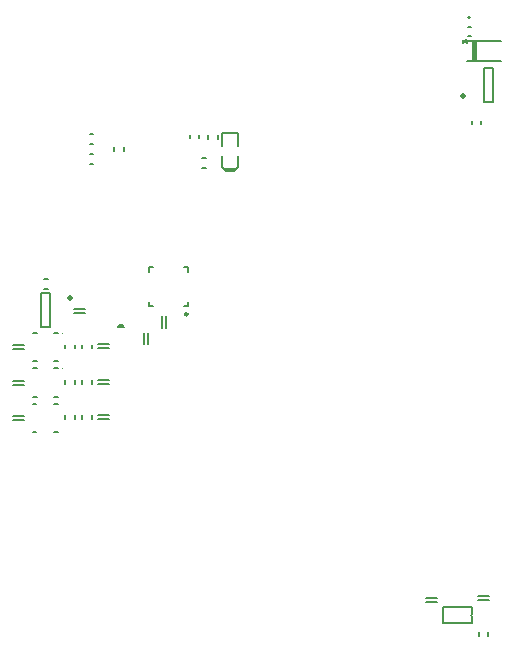
<source format=gbo>
G04*
G04 #@! TF.GenerationSoftware,Altium Limited,Altium Designer,18.1.7 (191)*
G04*
G04 Layer_Color=32896*
%FSLAX43Y43*%
%MOMM*%
G71*
G01*
G75*
%ADD32C,0.500*%
%ADD33C,0.200*%
%ADD55C,0.250*%
%ADD57C,0.203*%
%ADD58C,0.100*%
%ADD59C,0.127*%
D32*
X51155Y58365D02*
X51150Y58370D01*
X51155Y58375D01*
X51160Y58370D01*
X51155Y58365D01*
X17895Y41235D02*
X17900Y41230D01*
X17895Y41225D01*
X17890Y41230D01*
X17895Y41235D01*
D33*
X51950Y14550D02*
G03*
X51950Y14300I0J-125D01*
G01*
Y13785D02*
X49450D01*
Y15065D02*
Y13785D01*
X51950Y15065D02*
X49450D01*
X51950D02*
Y14550D01*
Y14300D02*
Y13785D01*
X22423Y38775D02*
G03*
X21947Y38775I-237J0D01*
G01*
X22205D01*
X22165D02*
X22423D01*
X14725Y29925D02*
X15030D01*
X16520D02*
X16825D01*
X14725Y32325D02*
X15030D01*
X16520D02*
X16825D01*
X14750Y32925D02*
X15055D01*
X16545D02*
X16850D01*
X14750Y35325D02*
X15055D01*
X16545D02*
X16850D01*
X14750Y35900D02*
X15055D01*
X16545D02*
X16850D01*
X14750Y38300D02*
X15055D01*
X16545D02*
X16850D01*
X27875Y43500D02*
Y43850D01*
X27525D02*
X27875D01*
X24575D02*
X24925D01*
X24575Y43500D02*
Y43850D01*
X27875Y40550D02*
Y40900D01*
X27525Y40550D02*
X27875D01*
X24575D02*
Y40900D01*
Y40550D02*
X24925D01*
D55*
X27850Y39900D02*
G03*
X27850Y39900I-125J0D01*
G01*
D57*
X51747Y65018D02*
G03*
X51747Y65018I-76J0D01*
G01*
D58*
X17275Y32325D02*
G03*
X17275Y32325I-50J0D01*
G01*
X17300Y35325D02*
G03*
X17300Y35325I-50J0D01*
G01*
Y38300D02*
G03*
X17300Y38300I-50J0D01*
G01*
D59*
X53306Y12977D02*
Y12673D01*
X52494Y12977D02*
Y12673D01*
X53376Y16028D02*
X52424D01*
X53376Y15672D02*
X52424D01*
X48976Y15878D02*
X48024D01*
X48976Y15522D02*
X48024D01*
X52894Y57875D02*
X53656D01*
Y60775D01*
X52894D02*
X53656D01*
X52894Y57875D02*
Y60775D01*
X15394Y41725D02*
X16156D01*
X15394Y38825D02*
Y41725D01*
Y38825D02*
X16156D01*
Y41725D01*
X51894Y55973D02*
Y56277D01*
X52706Y55973D02*
Y56277D01*
X52025Y61300D02*
Y63000D01*
X52225Y61300D02*
Y63000D01*
X51475Y61300D02*
X54375D01*
X51475Y63000D02*
X54373D01*
X52125Y61300D02*
Y63000D01*
X51175D02*
X51475D01*
X51175D02*
X51475Y62850D01*
X51175Y63000D02*
X51475Y63150D01*
Y62850D02*
Y63150D01*
X51175Y62850D02*
Y63150D01*
X51535Y63419D02*
X51840D01*
X51535Y64231D02*
X51840D01*
X24147Y37349D02*
Y38301D01*
X24503Y37349D02*
Y38301D01*
X25667Y38749D02*
Y39701D01*
X26023Y38749D02*
Y39701D01*
X15698Y42044D02*
X16002D01*
X15698Y42856D02*
X16002D01*
X18174Y39972D02*
X19126D01*
X18174Y40328D02*
X19126D01*
X19706Y37023D02*
Y37327D01*
X18894Y37023D02*
Y37327D01*
X17494Y37023D02*
Y37327D01*
X18306Y37023D02*
Y37327D01*
X20224Y36997D02*
X21176D01*
X20224Y37353D02*
X21176D01*
X19706Y31023D02*
Y31327D01*
X18894Y31023D02*
Y31327D01*
X20224Y30997D02*
X21176D01*
X20224Y31353D02*
X21176D01*
X17494Y31023D02*
Y31327D01*
X18306Y31023D02*
Y31327D01*
X20224Y33997D02*
X21176D01*
X20224Y34353D02*
X21176D01*
X17494Y34023D02*
Y34327D01*
X18306Y34023D02*
Y34327D01*
X19706Y34023D02*
Y34327D01*
X18894Y34023D02*
Y34327D01*
X13049Y31278D02*
X14001D01*
X13049Y30922D02*
X14001D01*
X13049Y34278D02*
X14001D01*
X13049Y33922D02*
X14001D01*
X13049Y37278D02*
X14001D01*
X13049Y36922D02*
X14001D01*
X19548Y55117D02*
X19852D01*
X19548Y54305D02*
X19852D01*
X29596Y54765D02*
Y55069D01*
X30409Y54765D02*
Y55069D01*
X22406Y53748D02*
Y54052D01*
X21594Y53748D02*
Y54052D01*
X19548Y53429D02*
X19852D01*
X19548Y52616D02*
X19852D01*
X30749Y52349D02*
X30949Y52149D01*
X31899D01*
X30899Y52199D02*
X31074Y52024D01*
X31774D02*
X31924Y52174D01*
X31899Y52149D02*
X32099Y52349D01*
Y53249D01*
X30749Y52349D02*
Y53249D01*
Y55249D02*
X32099D01*
Y54149D02*
Y55249D01*
X30749Y54149D02*
Y55249D01*
X31074Y52024D02*
X31774D01*
X28015Y54785D02*
Y55090D01*
X28827Y54785D02*
Y55090D01*
X29048Y53117D02*
X29352D01*
X29048Y52304D02*
X29352D01*
M02*

</source>
